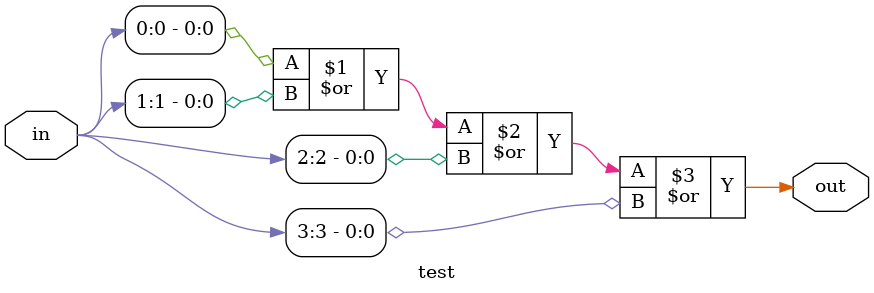
<source format=v>
module test(input [3:0] in, output out);
or myor(out, in[0], in[1], in[2], in[3]);
endmodule

</source>
